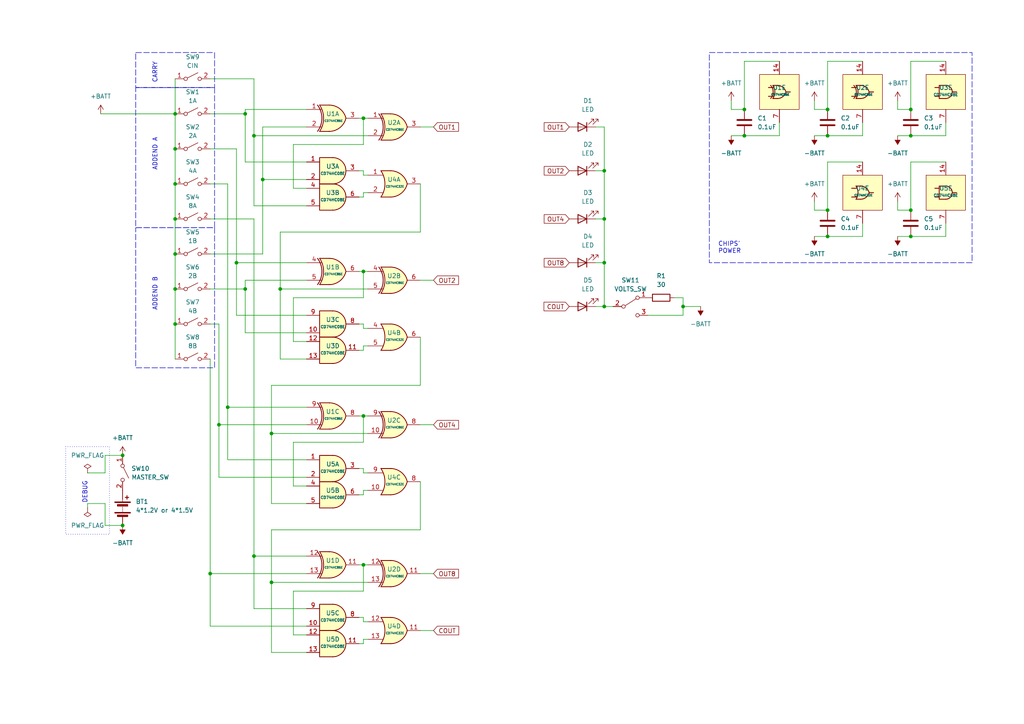
<source format=kicad_sch>
(kicad_sch (version 20230121) (generator eeschema)
  (paper "A4")
  (title_block (title "4-Bit Adder") (date "2023-09-02") (rev "5") (company "Onindynamics And Friends") (comment 1 "With Indicator LEDs"))
  (lib_symbols
    (symbol "CD74HC08E_1" (pin_names (offset 0) hide)
      (property "Reference" "U" (at 0 0.635 0))
      (property "Value" "CD74HC08E" (at 0 -0.8 0))
      (symbol "CD74HC08E_1_1_1"
        (pin input line (at -7.62 2.54 0) (length 3.81) (name "1A") (number "1"))
        (pin input line (at -7.62 -2.54 0) (length 3.81) (name "1B") (number "2"))
        (pin output line (at 7.62 0 180) (length 3.81) (name "1Y") (number "3"))
      )
      (symbol "CD74HC08E_1_2_0"
        (pin input line (at -7.62 2.54 0) (length 3.81) (name "2A") (number "4"))
        (pin input line (at -7.62 -2.54 0) (length 3.81) (name "2B") (number "5"))
        (pin output line (at 7.62 0 180) (length 3.81) (name "2Y") (number "6"))
      )
      (symbol "CD74HC08E_1_3_0"
        (pin input line (at -7.62 -2.54 0) (length 3.81) (name "3B") (number "10"))
        (pin output line (at 7.62 0 180) (length 3.81) (name "3Y") (number "8"))
        (pin input line (at -7.62 2.54 0) (length 3.81) (name "3A") (number "9"))
      )
      (symbol "CD74HC08E_1_4_0"
        (pin output line (at 7.62 0 180) (length 3.81) (name "4Y") (number "11"))
        (pin input line (at -7.62 2.54 0) (length 3.81) (name "4A") (number "12"))
        (pin input line (at -7.62 -2.54 0) (length 3.81) (name "4B") (number "13"))
      )
      (symbol "CD74HC08E_1_5_0"
        (pin power_in line (at 0 8.89 270) (length 3.81) (name "Vcc") (number "14"))
        (pin power_in line (at 0 -8.89 90) (length 3.81) (name "GND") (number "7"))
      )
    )
    (symbol "CD74HC08E_2" (pin_names (offset 0) hide)
      (property "Reference" "U" (at 0 0.635 0))
      (property "Value" "CD74HC08E" (at 0 -0.8 0))
      (symbol "CD74HC08E_2_1_1"
        (pin input line (at -7.62 2.54 0) (length 3.81) (name "1A") (number "1"))
        (pin input line (at -7.62 -2.54 0) (length 3.81) (name "1B") (number "2"))
        (pin output line (at 7.62 0 180) (length 3.81) (name "1Y") (number "3"))
      )
      (symbol "CD74HC08E_2_2_0"
        (pin input line (at -7.62 2.54 0) (length 3.81) (name "2A") (number "4"))
        (pin input line (at -7.62 -2.54 0) (length 3.81) (name "2B") (number "5"))
        (pin output line (at 7.62 0 180) (length 3.81) (name "2Y") (number "6"))
      )
      (symbol "CD74HC08E_2_3_0"
        (pin input line (at -7.62 -2.54 0) (length 3.81) (name "3B") (number "10"))
        (pin output line (at 7.62 0 180) (length 3.81) (name "3Y") (number "8"))
        (pin input line (at -7.62 2.54 0) (length 3.81) (name "3A") (number "9"))
      )
      (symbol "CD74HC08E_2_4_0"
        (pin output line (at 7.62 0 180) (length 3.81) (name "4Y") (number "11"))
        (pin input line (at -7.62 2.54 0) (length 3.81) (name "4A") (number "12"))
        (pin input line (at -7.62 -2.54 0) (length 3.81) (name "4B") (number "13"))
      )
      (symbol "CD74HC08E_2_5_0"
        (pin power_in line (at 0 8.89 270) (length 3.81) (name "Vcc") (number "14"))
        (pin power_in line (at 0 -8.89 90) (length 3.81) (name "GND") (number "7"))
      )
    )
    (symbol "CD74HC08E_3" (pin_names (offset 0) hide)
      (property "Reference" "U" (at 0 0.635 0))
      (property "Value" "CD74HC08E" (at 0 -0.8 0))
      (symbol "CD74HC08E_3_1_1"
        (pin input line (at -7.62 2.54 0) (length 3.81) (name "1A") (number "1"))
        (pin input line (at -7.62 -2.54 0) (length 3.81) (name "1B") (number "2"))
        (pin output line (at 7.62 0 180) (length 3.81) (name "1Y") (number "3"))
      )
      (symbol "CD74HC08E_3_2_0"
        (pin input line (at -7.62 2.54 0) (length 3.81) (name "2A") (number "4"))
        (pin input line (at -7.62 -2.54 0) (length 3.81) (name "2B") (number "5"))
        (pin output line (at 7.62 0 180) (length 3.81) (name "2Y") (number "6"))
      )
      (symbol "CD74HC08E_3_3_0"
        (pin input line (at -7.62 -2.54 0) (length 3.81) (name "3B") (number "10"))
        (pin output line (at 7.62 0 180) (length 3.81) (name "3Y") (number "8"))
        (pin input line (at -7.62 2.54 0) (length 3.81) (name "3A") (number "9"))
      )
      (symbol "CD74HC08E_3_4_0"
        (pin output line (at 7.62 0 180) (length 3.81) (name "4Y") (number "11"))
        (pin input line (at -7.62 2.54 0) (length 3.81) (name "4A") (number "12"))
        (pin input line (at -7.62 -2.54 0) (length 3.81) (name "4B") (number "13"))
      )
      (symbol "CD74HC08E_3_5_0"
        (pin power_in line (at 0 8.89 270) (length 3.81) (name "Vcc") (number "14"))
        (pin power_in line (at 0 -8.89 90) (length 3.81) (name "GND") (number "7"))
      )
    )
    (symbol "CD74HC08E_4" (pin_names (offset 0) hide)
      (property "Reference" "U" (at 0 0.635 0))
      (property "Value" "CD74HC08E" (at 0 -0.8 0))
      (symbol "CD74HC08E_4_1_1"
        (pin input line (at -7.62 2.54 0) (length 3.81) (name "1A") (number "1"))
        (pin input line (at -7.62 -2.54 0) (length 3.81) (name "1B") (number "2"))
        (pin output line (at 7.62 0 180) (length 3.81) (name "1Y") (number "3"))
      )
      (symbol "CD74HC08E_4_2_0"
        (pin input line (at -7.62 2.54 0) (length 3.81) (name "2A") (number "4"))
        (pin input line (at -7.62 -2.54 0) (length 3.81) (name "2B") (number "5"))
        (pin output line (at 7.62 0 180) (length 3.81) (name "2Y") (number "6"))
      )
      (symbol "CD74HC08E_4_3_0"
        (pin input line (at -7.62 -2.54 0) (length 3.81) (name "3B") (number "10"))
        (pin output line (at 7.62 0 180) (length 3.81) (name "3Y") (number "8"))
        (pin input line (at -7.62 2.54 0) (length 3.81) (name "3A") (number "9"))
      )
      (symbol "CD74HC08E_4_4_0"
        (pin output line (at 7.62 0 180) (length 3.81) (name "4Y") (number "11"))
        (pin input line (at -7.62 2.54 0) (length 3.81) (name "4A") (number "12"))
        (pin input line (at -7.62 -2.54 0) (length 3.81) (name "4B") (number "13"))
      )
      (symbol "CD74HC08E_4_5_0"
        (pin power_in line (at 0 8.89 270) (length 3.81) (name "Vcc") (number "14"))
        (pin power_in line (at 0 -8.89 90) (length 3.81) (name "GND") (number "7"))
      )
    )
    (symbol "CD74HC08E_5" (pin_names (offset 0) hide)
      (property "Reference" "U" (at 0 0.635 0))
      (property "Value" "CD74HC08E" (at 0 -0.8 0))
      (symbol "CD74HC08E_5_1_1"
        (pin input line (at -7.62 2.54 0) (length 3.81) (name "1A") (number "1"))
        (pin input line (at -7.62 -2.54 0) (length 3.81) (name "1B") (number "2"))
        (pin output line (at 7.62 0 180) (length 3.81) (name "1Y") (number "3"))
      )
      (symbol "CD74HC08E_5_2_0"
        (pin input line (at -7.62 2.54 0) (length 3.81) (name "2A") (number "4"))
        (pin input line (at -7.62 -2.54 0) (length 3.81) (name "2B") (number "5"))
        (pin output line (at 7.62 0 180) (length 3.81) (name "2Y") (number "6"))
      )
      (symbol "CD74HC08E_5_3_0"
        (pin input line (at -7.62 -2.54 0) (length 3.81) (name "3B") (number "10"))
        (pin output line (at 7.62 0 180) (length 3.81) (name "3Y") (number "8"))
        (pin input line (at -7.62 2.54 0) (length 3.81) (name "3A") (number "9"))
      )
      (symbol "CD74HC08E_5_4_0"
        (pin output line (at 7.62 0 180) (length 3.81) (name "4Y") (number "11"))
        (pin input line (at -7.62 2.54 0) (length 3.81) (name "4A") (number "12"))
        (pin input line (at -7.62 -2.54 0) (length 3.81) (name "4B") (number "13"))
      )
      (symbol "CD74HC08E_5_5_0"
        (pin power_in line (at 0 8.89 270) (length 3.81) (name "Vcc") (number "14"))
        (pin power_in line (at 0 -8.89 90) (length 3.81) (name "GND") (number "7"))
      )
    )
    (symbol "CD74HC08E_6" (pin_names (offset 0) hide)
      (property "Reference" "U" (at 0 0.635 0))
      (property "Value" "CD74HC08E" (at 0 -0.8 0))
      (symbol "CD74HC08E_6_1_1"
        (pin input line (at -7.62 2.54 0) (length 3.81) (name "1A") (number "1"))
        (pin input line (at -7.62 -2.54 0) (length 3.81) (name "1B") (number "2"))
        (pin output line (at 7.62 0 180) (length 3.81) (name "1Y") (number "3"))
      )
      (symbol "CD74HC08E_6_2_0"
        (pin input line (at -7.62 2.54 0) (length 3.81) (name "2A") (number "4"))
        (pin input line (at -7.62 -2.54 0) (length 3.81) (name "2B") (number "5"))
        (pin output line (at 7.62 0 180) (length 3.81) (name "2Y") (number "6"))
      )
      (symbol "CD74HC08E_6_3_0"
        (pin input line (at -7.62 -2.54 0) (length 3.81) (name "3B") (number "10"))
        (pin output line (at 7.62 0 180) (length 3.81) (name "3Y") (number "8"))
        (pin input line (at -7.62 2.54 0) (length 3.81) (name "3A") (number "9"))
      )
      (symbol "CD74HC08E_6_4_0"
        (pin output line (at 7.62 0 180) (length 3.81) (name "4Y") (number "11"))
        (pin input line (at -7.62 2.54 0) (length 3.81) (name "4A") (number "12"))
        (pin input line (at -7.62 -2.54 0) (length 3.81) (name "4B") (number "13"))
      )
      (symbol "CD74HC08E_6_5_0"
        (pin power_in line (at 0 8.89 270) (length 3.81) (name "Vcc") (number "14"))
        (pin power_in line (at 0 -8.89 90) (length 3.81) (name "GND") (number "7"))
      )
    )
    (symbol "CD74HC08E_7" (pin_names (offset 0) hide)
      (property "Reference" "U" (at 0 0.635 0))
      (property "Value" "CD74HC08E" (at 0 -0.8 0))
      (symbol "CD74HC08E_7_1_1"
        (pin input line (at -7.62 2.54 0) (length 3.81) (name "1A") (number "1"))
        (pin input line (at -7.62 -2.54 0) (length 3.81) (name "1B") (number "2"))
        (pin output line (at 7.62 0 180) (length 3.81) (name "1Y") (number "3"))
      )
      (symbol "CD74HC08E_7_2_0"
        (pin input line (at -7.62 2.54 0) (length 3.81) (name "2A") (number "4"))
        (pin input line (at -7.62 -2.54 0) (length 3.81) (name "2B") (number "5"))
        (pin output line (at 7.62 0 180) (length 3.81) (name "2Y") (number "6"))
      )
      (symbol "CD74HC08E_7_3_0"
        (pin input line (at -7.62 -2.54 0) (length 3.81) (name "3B") (number "10"))
        (pin output line (at 7.62 0 180) (length 3.81) (name "3Y") (number "8"))
        (pin input line (at -7.62 2.54 0) (length 3.81) (name "3A") (number "9"))
      )
      (symbol "CD74HC08E_7_4_0"
        (pin output line (at 7.62 0 180) (length 3.81) (name "4Y") (number "11"))
        (pin input line (at -7.62 2.54 0) (length 3.81) (name "4A") (number "12"))
        (pin input line (at -7.62 -2.54 0) (length 3.81) (name "4B") (number "13"))
      )
      (symbol "CD74HC08E_7_5_0"
        (pin power_in line (at 0 8.89 270) (length 3.81) (name "Vcc") (number "14"))
        (pin power_in line (at 0 -8.89 90) (length 3.81) (name "GND") (number "7"))
      )
    )
    (symbol "CD74HC08E_8" (pin_names (offset 0) hide)
      (property "Reference" "U" (at 0 0.635 0))
      (property "Value" "CD74HC08E" (at 0 -0.8 0))
      (symbol "CD74HC08E_8_1_1"
        (pin input line (at -7.62 2.54 0) (length 3.81) (name "1A") (number "1"))
        (pin input line (at -7.62 -2.54 0) (length 3.81) (name "1B") (number "2"))
        (pin output line (at 7.62 0 180) (length 3.81) (name "1Y") (number "3"))
      )
      (symbol "CD74HC08E_8_2_0"
        (pin input line (at -7.62 2.54 0) (length 3.81) (name "2A") (number "4"))
        (pin input line (at -7.62 -2.54 0) (length 3.81) (name "2B") (number "5"))
        (pin output line (at 7.62 0 180) (length 3.81) (name "2Y") (number "6"))
      )
      (symbol "CD74HC08E_8_3_0"
        (pin input line (at -7.62 -2.54 0) (length 3.81) (name "3B") (number "10"))
        (pin output line (at 7.62 0 180) (length 3.81) (name "3Y") (number "8"))
        (pin input line (at -7.62 2.54 0) (length 3.81) (name "3A") (number "9"))
      )
      (symbol "CD74HC08E_8_4_0"
        (pin output line (at 7.62 0 180) (length 3.81) (name "4Y") (number "11"))
        (pin input line (at -7.62 2.54 0) (length 3.81) (name "4A") (number "12"))
        (pin input line (at -7.62 -2.54 0) (length 3.81) (name "4B") (number "13"))
      )
      (symbol "CD74HC08E_8_5_0"
        (pin power_in line (at 0 8.89 270) (length 3.81) (name "Vcc") (number "14"))
        (pin power_in line (at 0 -8.89 90) (length 3.81) (name "GND") (number "7"))
      )
    )
    (symbol "CD74HC08E_9" (pin_names (offset 0) hide)
      (property "Reference" "U" (at 0 0.635 0))
      (property "Value" "CD74HC08E" (at 0 -0.8 0))
      (symbol "CD74HC08E_9_1_1"
        (pin input line (at -7.62 2.54 0) (length 3.81) (name "1A") (number "1"))
        (pin input line (at -7.62 -2.54 0) (length 3.81) (name "1B") (number "2"))
        (pin output line (at 7.62 0 180) (length 3.81) (name "1Y") (number "3"))
      )
      (symbol "CD74HC08E_9_2_0"
        (pin input line (at -7.62 2.54 0) (length 3.81) (name "2A") (number "4"))
        (pin input line (at -7.62 -2.54 0) (length 3.81) (name "2B") (number "5"))
        (pin output line (at 7.62 0 180) (length 3.81) (name "2Y") (number "6"))
      )
      (symbol "CD74HC08E_9_3_0"
        (pin input line (at -7.62 -2.54 0) (length 3.81) (name "3B") (number "10"))
        (pin output line (at 7.62 0 180) (length 3.81) (name "3Y") (number "8"))
        (pin input line (at -7.62 2.54 0) (length 3.81) (name "3A") (number "9"))
      )
      (symbol "CD74HC08E_9_4_0"
        (pin output line (at 7.62 0 180) (length 3.81) (name "4Y") (number "11"))
        (pin input line (at -7.62 2.54 0) (length 3.81) (name "4A") (number "12"))
        (pin input line (at -7.62 -2.54 0) (length 3.81) (name "4B") (number "13"))
      )
      (symbol "CD74HC08E_9_5_0"
        (pin power_in line (at 0 8.89 270) (length 3.81) (name "Vcc") (number "14"))
        (pin power_in line (at 0 -8.89 90) (length 3.81) (name "GND") (number "7"))
      )
    )
    (symbol "Device:Battery" (pin_numbers hide) (pin_names (offset 0) hide)
      (property "Reference" "BT" (at 2.54 2.54 0))
      (property "Value" "Battery" (at 2.54 0 0))
      (symbol "Battery_1_1"
        (pin passive line (at 0 5.08 270) (length 2.54) (name "+") (number "1"))
        (pin passive line (at 0 -5.08 90) (length 2.54) (name "-") (number "2"))
      )
    )
    (symbol "Device:C" (pin_numbers hide) (pin_names (offset 0.254))
      (property "Reference" "C" (at 0.635 2.54 0))
      (property "Value" "C" (at 0.635 -2.54 0))
      (symbol "C_1_1"
        (pin passive line (at 0 3.81 270) (length 2.794) (name "~") (number "1"))
        (pin passive line (at 0 -3.81 90) (length 2.794) (name "~") (number "2"))
      )
    )
    (symbol "Device:LED" (pin_numbers hide) (pin_names (offset 1.016) hide)
      (property "Reference" "D" (at 0 2.54 0))
      (property "Value" "LED" (at 0 -2.54 0))
      (symbol "LED_1_1"
        (pin passive line (at -3.81 0 0) (length 2.54) (name "K") (number "1"))
        (pin passive line (at 3.81 0 180) (length 2.54) (name "A") (number "2"))
      )
    )
    (symbol "Device:R" (pin_numbers hide) (pin_names (offset 0))
      (property "Reference" "R" (at 2.032 0 90))
      (property "Value" "R" (at 0 0 90))
      (symbol "R_1_1"
        (pin passive line (at 0 3.81 270) (length 1.27) (name "~") (number "1"))
        (pin passive line (at 0 -3.81 90) (length 1.27) (name "~") (number "2"))
      )
    )
    (symbol "Logic:CD74HC08E" (pin_names (offset 0) hide)
      (property "Reference" "U" (at 0 0.635 0))
      (property "Value" "CD74HC08E" (at 0 -0.8 0))
      (symbol "CD74HC08E_1_1"
        (pin input line (at -7.62 2.54 0) (length 3.81) (name "1A") (number "1"))
        (pin input line (at -7.62 -2.54 0) (length 3.81) (name "1B") (number "2"))
        (pin output line (at 7.62 0 180) (length 3.81) (name "1Y") (number "3"))
      )
      (symbol "CD74HC08E_2_0"
        (pin input line (at -7.62 2.54 0) (length 3.81) (name "2A") (number "4"))
        (pin input line (at -7.62 -2.54 0) (length 3.81) (name "2B") (number "5"))
        (pin output line (at 7.62 0 180) (length 3.81) (name "2Y") (number "6"))
      )
      (symbol "CD74HC08E_3_0"
        (pin input line (at -7.62 -2.54 0) (length 3.81) (name "3B") (number "10"))
        (pin output line (at 7.62 0 180) (length 3.81) (name "3Y") (number "8"))
        (pin input line (at -7.62 2.54 0) (length 3.81) (name "3A") (number "9"))
      )
      (symbol "CD74HC08E_4_0"
        (pin output line (at 7.62 0 180) (length 3.81) (name "4Y") (number "11"))
        (pin input line (at -7.62 2.54 0) (length 3.81) (name "4A") (number "12"))
        (pin input line (at -7.62 -2.54 0) (length 3.81) (name "4B") (number "13"))
      )
      (symbol "CD74HC08E_5_0"
        (pin power_in line (at 0 8.89 270) (length 3.81) (name "Vcc") (number "14"))
        (pin power_in line (at 0 -8.89 90) (length 3.81) (name "GND") (number "7"))
      )
    )
    (symbol "Logic:CD74HC32E" (pin_names (offset 0) hide)
      (property "Reference" "U" (at 0 0.635 0))
      (property "Value" "CD74HC32E" (at 0.254 -0.762 0))
      (symbol "CD74HC32E_1_1"
        (pin input line (at -7.62 2.54 0) (length 4.4) (name "1A") (number "1"))
        (pin input line (at -7.62 -2.54 0) (length 4.4) (name "1B") (number "2"))
        (pin output line (at 7.62 0 180) (length 3.81) (name "1Y") (number "3"))
      )
      (symbol "CD74HC32E_2_0"
        (pin input line (at -7.62 2.54 0) (length 4.4) (name "2A") (number "4"))
        (pin input line (at -7.62 -2.54 0) (length 4.4) (name "2B") (number "5"))
        (pin output line (at 7.62 0 180) (length 3.81) (name "2Y") (number "6"))
      )
      (symbol "CD74HC32E_3_0"
        (pin input line (at -7.62 -2.54 0) (length 4.4) (name "3B") (number "10"))
        (pin output line (at 7.62 0 180) (length 3.81) (name "3Y") (number "8"))
        (pin input line (at -7.62 2.54 0) (length 4.4) (name "3A") (number "9"))
      )
      (symbol "CD74HC32E_4_0"
        (pin output line (at 7.62 0 180) (length 3.81) (name "4Y") (number "11"))
        (pin input line (at -7.62 2.54 0) (length 4.4) (name "4A") (number "12"))
        (pin input line (at -7.62 -2.54 0) (length 4.4) (name "4B") (number "13"))
      )
      (symbol "CD74HC32E_5_0"
        (pin power_in line (at 0 8.89 270) (length 3.81) (name "VCC") (number "14"))
        (pin power_in line (at 0 -8.89 90) (length 3.81) (name "GND") (number "7"))
      )
    )
    (symbol "Logic:CD74HC86E" (pin_names (offset 0) hide)
      (property "Reference" "U" (at 0 0.635 0))
      (property "Value" "CD74HC86E" (at 0.254 -0.762 0))
      (symbol "CD74HC86E_1_1"
        (pin input line (at -7.62 2.54 0) (length 4.4) (name "1A") (number "1"))
        (pin input line (at -7.62 -2.54 0) (length 4.4) (name "1B") (number "2"))
        (pin output line (at 7.62 0 180) (length 3.81) (name "1Y") (number "3"))
      )
      (symbol "CD74HC86E_2_0"
        (pin input line (at -7.62 2.54 0) (length 4.4) (name "2A") (number "4"))
        (pin input line (at -7.62 -2.54 0) (length 4.4) (name "2B") (number "5"))
        (pin output line (at 7.62 0 180) (length 3.81) (name "2Y") (number "6"))
      )
      (symbol "CD74HC86E_3_0"
        (pin input line (at -7.62 -2.54 0) (length 4.4) (name "3B") (number "10"))
        (pin output line (at 7.62 0 180) (length 3.81) (name "3Y") (number "8"))
        (pin input line (at -7.62 2.54 0) (length 4.4) (name "3A") (number "9"))
      )
      (symbol "CD74HC86E_4_0"
        (pin output line (at 7.62 0 180) (length 3.81) (name "4Y") (number "11"))
        (pin input line (at -7.62 2.54 0) (length 4.4) (name "4A") (number "12"))
        (pin input line (at -7.62 -2.54 0) (length 4.4) (name "4B") (number "13"))
      )
      (symbol "CD74HC86E_5_0"
        (pin power_in line (at 0 8.89 270) (length 3.81) (name "VCC") (number "14"))
        (pin power_in line (at 0 -8.89 90) (length 3.81) (name "GND") (number "7"))
      )
    )
    (symbol "Switch:SW_SPDT" (pin_names (offset 0) hide)
      (property "Reference" "SW" (at 0 4.318 0))
      (property "Value" "SW_SPDT" (at 0 -5.08 0))
      (symbol "SW_SPDT_1_1"
        (pin passive line (at 5.08 2.54 180) (length 2.54) (name "A") (number "1"))
        (pin passive line (at -5.08 0 0) (length 2.54) (name "B") (number "2"))
        (pin passive line (at 5.08 -2.54 180) (length 2.54) (name "C") (number "3"))
      )
    )
    (symbol "Switch:SW_SPST" (pin_names (offset 0) hide)
      (property "Reference" "SW" (at 0 3.175 0))
      (property "Value" "SW_SPST" (at 0 -2.54 0))
      (symbol "SW_SPST_1_1"
        (pin passive line (at -5.08 0 0) (length 2.54) (name "A") (number "1"))
        (pin passive line (at 5.08 0 180) (length 2.54) (name "B") (number "2"))
      )
    )
    (symbol "power:+BATT" (power) (pin_names (offset 0))
      (property "Value" "+BATT" (at 0 3.556 0))
      (symbol "+BATT_1_1"
        (pin power_in line (at 0 0 90) (length 0) hide (name "+BATT") (number "1"))
      )
    )
    (symbol "power:-BATT" (power) (pin_names (offset 0))
      (property "Value" "-BATT" (at 0 3.556 0))
      (symbol "-BATT_1_1"
        (pin power_in line (at 0 0 90) (length 0) hide (name "-BATT") (number "1"))
      )
    )
    (symbol "power:PWR_FLAG" (power) (pin_numbers hide) (pin_names (offset 0) hide)
      (property "Value" "PWR_FLAG" (at 0 3.81 0))
      (symbol "PWR_FLAG_0_0"
        (pin power_out line (at 0 0 90) (length 0) (name "pwr") (number "1"))
      )
    )
  )
  (junction (at 50.8 83.82))
  (junction (at 264.16 31.75))
  (junction (at 50.8 53.34))
  (junction (at 215.9 31.75))
  (junction (at 35.56 132.08))
  (junction (at 63.5 123.19))
  (junction (at 60.96 166.37))
  (junction (at 81.28 83.82))
  (junction (at 35.56 152.4))
  (junction (at 78.74 168.91))
  (junction (at 264.16 39.37))
  (junction (at 105.41 120.65))
  (junction (at 105.41 78.74))
  (junction (at 175.26 49.53))
  (junction (at 264.16 60.96))
  (junction (at 66.04 118.11))
  (junction (at 50.8 93.98))
  (junction (at 240.03 60.96))
  (junction (at 198.12 88.9))
  (junction (at 50.8 73.66))
  (junction (at 240.03 68.58))
  (junction (at 50.8 33.02))
  (junction (at 175.26 76.2))
  (junction (at 71.12 33.02))
  (junction (at 105.41 163.83))
  (junction (at 240.03 39.37))
  (junction (at 105.41 34.29))
  (junction (at 71.12 83.82))
  (junction (at 215.9 39.37))
  (junction (at 50.8 43.18))
  (junction (at 50.8 63.5))
  (junction (at 175.26 88.9))
  (junction (at 73.66 39.37))
  (junction (at 264.16 68.58))
  (junction (at 73.66 161.29))
  (junction (at 68.58 76.2))
  (junction (at 76.2 52.07))
  (junction (at 78.74 125.73))
  (junction (at 175.26 63.5))
  (junction (at 240.03 31.75))
  (wire (pts (xy 175.26 36.83) (xy 175.26 49.53)))
  (wire (pts (xy 240.03 68.58) (xy 250.19 68.58)))
  (wire (pts (xy 105.41 57.15) (xy 105.41 55.88)))
  (wire (pts (xy 71.12 81.28) (xy 88.9 81.28)))
  (wire (pts (xy 76.2 52.07) (xy 88.9 52.07)))
  (wire (pts (xy 240.03 46.99) (xy 240.03 60.96)))
  (wire (pts (xy 105.41 86.36) (xy 85.09 86.36)))
  (wire (pts (xy 63.5 123.19) (xy 63.5 138.43)))
  (wire (pts (xy 105.41 120.65) (xy 105.41 128.27)))
  (wire (pts (xy 264.16 31.75) (xy 260.35 31.75)))
  (wire (pts (xy 71.12 46.99) (xy 88.9 46.99)))
  (wire (pts (xy 175.26 36.83) (xy 172.72 36.83)))
  (wire (pts (xy 121.92 153.67) (xy 78.74 153.67)))
  (wire (pts (xy 264.16 46.99) (xy 274.32 46.99)))
  (wire (pts (xy 68.58 76.2) (xy 88.9 76.2)))
  (wire (pts (xy 105.41 34.29) (xy 105.41 41.91)))
  (wire (pts (xy 105.41 55.88) (xy 106.68 55.88)))
  (wire (pts (xy 240.03 17.78) (xy 240.03 31.75)))
  (wire (pts (xy 121.92 36.83) (xy 125.73 36.83)))
  (wire (pts (xy 81.28 83.82) (xy 106.68 83.82)))
  (wire (pts (xy 30.48 132.08) (xy 35.56 132.08)))
  (wire (pts (xy 76.2 52.07) (xy 76.2 36.83)))
  (wire (pts (xy 274.32 64.77) (xy 274.32 68.58)))
  (wire (pts (xy 85.09 128.27) (xy 85.09 140.97)))
  (wire (pts (xy 104.14 57.15) (xy 105.41 57.15)))
  (wire (pts (xy 73.66 63.5) (xy 60.96 63.5)))
  (wire (pts (xy 105.41 142.24) (xy 106.68 142.24)))
  (wire (pts (xy 71.12 33.02) (xy 71.12 46.99)))
  (wire (pts (xy 60.96 166.37) (xy 60.96 181.61)))
  (wire (pts (xy 187.96 91.44) (xy 198.12 91.44)))
  (wire (pts (xy 60.96 181.61) (xy 88.9 181.61)))
  (wire (pts (xy 105.41 78.74) (xy 105.41 86.36)))
  (wire (pts (xy 198.12 86.36) (xy 198.12 88.9)))
  (wire (pts (xy 121.92 139.7) (xy 121.92 153.67)))
  (wire (pts (xy 73.66 39.37) (xy 106.68 39.37)))
  (wire (pts (xy 175.26 76.2) (xy 175.26 88.9)))
  (wire (pts (xy 105.41 143.51) (xy 105.41 142.24)))
  (wire (pts (xy 50.8 22.86) (xy 50.8 33.02)))
  (wire (pts (xy 260.35 39.37) (xy 264.16 39.37)))
  (wire (pts (xy 105.41 137.16) (xy 106.68 137.16)))
  (wire (pts (xy 105.41 128.27) (xy 85.09 128.27)))
  (wire (pts (xy 104.14 186.69) (xy 105.41 186.69)))
  (wire (pts (xy 66.04 133.35) (xy 66.04 118.11)))
  (wire (pts (xy 66.04 53.34) (xy 66.04 118.11)))
  (wire (pts (xy 175.26 63.5) (xy 175.26 76.2)))
  (wire (pts (xy 50.8 73.66) (xy 50.8 83.82)))
  (wire (pts (xy 78.74 125.73) (xy 78.74 146.05)))
  (wire (pts (xy 240.03 60.96) (xy 236.22 60.96)))
  (wire (pts (xy 68.58 43.18) (xy 68.58 76.2)))
  (wire (pts (xy 175.26 49.53) (xy 172.72 49.53)))
  (wire (pts (xy 25.4 146.05) (xy 30.48 146.05)))
  (wire (pts (xy 78.74 153.67) (xy 78.74 168.91)))
  (wire (pts (xy 88.9 133.35) (xy 66.04 133.35)))
  (wire (pts (xy 198.12 86.36) (xy 195.58 86.36)))
  (wire (pts (xy 175.26 63.5) (xy 172.72 63.5)))
  (wire (pts (xy 203.2 88.9) (xy 198.12 88.9)))
  (wire (pts (xy 50.8 43.18) (xy 50.8 53.34)))
  (wire (pts (xy 50.8 63.5) (xy 50.8 73.66)))
  (wire (pts (xy 60.96 22.86) (xy 73.66 22.86)))
  (wire (pts (xy 71.12 81.28) (xy 71.12 83.82)))
  (wire (pts (xy 260.35 31.75) (xy 260.35 29.21)))
  (wire (pts (xy 60.96 104.14) (xy 60.96 166.37)))
  (wire (pts (xy 68.58 76.2) (xy 68.58 91.44)))
  (wire (pts (xy 121.92 67.31) (xy 121.92 53.34)))
  (wire (pts (xy 60.96 73.66) (xy 76.2 73.66)))
  (wire (pts (xy 85.09 184.15) (xy 88.9 184.15)))
  (wire (pts (xy 104.14 120.65) (xy 105.41 120.65)))
  (wire (pts (xy 175.26 88.9) (xy 172.72 88.9)))
  (wire (pts (xy 236.22 60.96) (xy 236.22 58.42)))
  (wire (pts (xy 25.4 137.16) (xy 30.48 137.16)))
  (wire (pts (xy 105.41 95.25) (xy 106.68 95.25)))
  (wire (pts (xy 78.74 125.73) (xy 106.68 125.73)))
  (wire (pts (xy 76.2 73.66) (xy 76.2 52.07)))
  (wire (pts (xy 250.19 64.77) (xy 250.19 68.58)))
  (wire (pts (xy 85.09 86.36) (xy 85.09 99.06)))
  (wire (pts (xy 121.92 111.76) (xy 78.74 111.76)))
  (wire (pts (xy 250.19 17.78) (xy 240.03 17.78)))
  (wire (pts (xy 50.8 83.82) (xy 50.8 93.98)))
  (wire (pts (xy 78.74 111.76) (xy 78.74 125.73)))
  (wire (pts (xy 60.96 43.18) (xy 68.58 43.18)))
  (wire (pts (xy 264.16 46.99) (xy 264.16 60.96)))
  (wire (pts (xy 260.35 68.58) (xy 264.16 68.58)))
  (wire (pts (xy 274.32 68.58) (xy 264.16 68.58)))
  (wire (pts (xy 226.06 17.78) (xy 215.9 17.78)))
  (wire (pts (xy 85.09 41.91) (xy 85.09 54.61)))
  (wire (pts (xy 175.26 88.9) (xy 177.8 88.9)))
  (wire (pts (xy 105.41 120.65) (xy 106.68 120.65)))
  (wire (pts (xy 104.14 179.07) (xy 105.41 179.07)))
  (wire (pts (xy 81.28 104.14) (xy 88.9 104.14)))
  (wire (pts (xy 71.12 83.82) (xy 71.12 96.52)))
  (wire (pts (xy 226.06 39.37) (xy 215.9 39.37)))
  (wire (pts (xy 71.12 96.52) (xy 88.9 96.52)))
  (wire (pts (xy 30.48 152.4) (xy 35.56 152.4)))
  (wire (pts (xy 215.9 17.78) (xy 215.9 31.75)))
  (wire (pts (xy 85.09 99.06) (xy 88.9 99.06)))
  (wire (pts (xy 78.74 189.23) (xy 88.9 189.23)))
  (wire (pts (xy 85.09 140.97) (xy 88.9 140.97)))
  (wire (pts (xy 215.9 31.75) (xy 212.09 31.75)))
  (wire (pts (xy 264.16 17.78) (xy 264.16 31.75)))
  (wire (pts (xy 105.41 101.6) (xy 105.41 100.33)))
  (wire (pts (xy 60.96 166.37) (xy 88.9 166.37)))
  (wire (pts (xy 105.41 180.34) (xy 106.68 180.34)))
  (wire (pts (xy 105.41 186.69) (xy 105.41 185.42)))
  (wire (pts (xy 50.8 93.98) (xy 50.8 104.14)))
  (wire (pts (xy 85.09 54.61) (xy 88.9 54.61)))
  (wire (pts (xy 78.74 168.91) (xy 106.68 168.91)))
  (wire (pts (xy 104.14 135.89) (xy 105.41 135.89)))
  (wire (pts (xy 63.5 123.19) (xy 88.9 123.19)))
  (wire (pts (xy 104.14 34.29) (xy 105.41 34.29)))
  (wire (pts (xy 212.09 39.37) (xy 215.9 39.37)))
  (wire (pts (xy 30.48 137.16) (xy 30.48 132.08)))
  (wire (pts (xy 121.92 123.19) (xy 125.73 123.19)))
  (wire (pts (xy 73.66 22.86) (xy 73.66 39.37)))
  (wire (pts (xy 236.22 39.37) (xy 240.03 39.37)))
  (wire (pts (xy 274.32 39.37) (xy 264.16 39.37)))
  (wire (pts (xy 104.14 143.51) (xy 105.41 143.51)))
  (wire (pts (xy 175.26 49.53) (xy 175.26 63.5)))
  (wire (pts (xy 105.41 50.8) (xy 106.68 50.8)))
  (wire (pts (xy 104.14 101.6) (xy 105.41 101.6)))
  (wire (pts (xy 105.41 171.45) (xy 85.09 171.45)))
  (wire (pts (xy 66.04 118.11) (xy 88.9 118.11)))
  (wire (pts (xy 50.8 53.34) (xy 50.8 63.5)))
  (wire (pts (xy 73.66 59.69) (xy 88.9 59.69)))
  (wire (pts (xy 121.92 81.28) (xy 125.73 81.28)))
  (wire (pts (xy 73.66 63.5) (xy 73.66 161.29)))
  (wire (pts (xy 212.09 31.75) (xy 212.09 29.21)))
  (wire (pts (xy 105.41 34.29) (xy 106.68 34.29)))
  (wire (pts (xy 81.28 67.31) (xy 121.92 67.31)))
  (wire (pts (xy 73.66 176.53) (xy 88.9 176.53)))
  (wire (pts (xy 85.09 171.45) (xy 85.09 184.15)))
  (wire (pts (xy 104.14 49.53) (xy 105.41 49.53)))
  (wire (pts (xy 78.74 146.05) (xy 88.9 146.05)))
  (wire (pts (xy 78.74 168.91) (xy 78.74 189.23)))
  (wire (pts (xy 81.28 67.31) (xy 81.28 83.82)))
  (wire (pts (xy 121.92 166.37) (xy 125.73 166.37)))
  (wire (pts (xy 236.22 31.75) (xy 236.22 29.21)))
  (wire (pts (xy 105.41 93.98) (xy 105.41 95.25)))
  (wire (pts (xy 105.41 163.83) (xy 105.41 171.45)))
  (wire (pts (xy 60.96 93.98) (xy 63.5 93.98)))
  (wire (pts (xy 175.26 76.2) (xy 172.72 76.2)))
  (wire (pts (xy 71.12 31.75) (xy 88.9 31.75)))
  (wire (pts (xy 50.8 33.02) (xy 50.8 43.18)))
  (wire (pts (xy 105.41 78.74) (xy 106.68 78.74)))
  (wire (pts (xy 105.41 100.33) (xy 106.68 100.33)))
  (wire (pts (xy 73.66 39.37) (xy 73.66 59.69)))
  (wire (pts (xy 104.14 163.83) (xy 105.41 163.83)))
  (wire (pts (xy 250.19 35.56) (xy 250.19 39.37)))
  (wire (pts (xy 60.96 53.34) (xy 66.04 53.34)))
  (wire (pts (xy 105.41 163.83) (xy 106.68 163.83)))
  (wire (pts (xy 63.5 93.98) (xy 63.5 123.19)))
  (wire (pts (xy 104.14 93.98) (xy 105.41 93.98)))
  (wire (pts (xy 76.2 36.83) (xy 88.9 36.83)))
  (wire (pts (xy 260.35 60.96) (xy 260.35 58.42)))
  (wire (pts (xy 264.16 60.96) (xy 260.35 60.96)))
  (wire (pts (xy 274.32 35.56) (xy 274.32 39.37)))
  (wire (pts (xy 121.92 97.79) (xy 121.92 111.76)))
  (wire (pts (xy 236.22 68.58) (xy 240.03 68.58)))
  (wire (pts (xy 29.21 33.02) (xy 50.8 33.02)))
  (wire (pts (xy 25.4 146.05) (xy 25.4 147.32)))
  (wire (pts (xy 105.41 49.53) (xy 105.41 50.8)))
  (wire (pts (xy 60.96 33.02) (xy 71.12 33.02)))
  (wire (pts (xy 250.19 39.37) (xy 240.03 39.37)))
  (wire (pts (xy 68.58 91.44) (xy 88.9 91.44)))
  (wire (pts (xy 105.41 135.89) (xy 105.41 137.16)))
  (wire (pts (xy 121.92 182.88) (xy 125.73 182.88)))
  (wire (pts (xy 274.32 17.78) (xy 264.16 17.78)))
  (wire (pts (xy 81.28 83.82) (xy 81.28 104.14)))
  (wire (pts (xy 198.12 88.9) (xy 198.12 91.44)))
  (wire (pts (xy 71.12 31.75) (xy 71.12 33.02)))
  (wire (pts (xy 240.03 31.75) (xy 236.22 31.75)))
  (wire (pts (xy 60.96 83.82) (xy 71.12 83.82)))
  (wire (pts (xy 105.41 41.91) (xy 85.09 41.91)))
  (wire (pts (xy 73.66 161.29) (xy 73.66 176.53)))
  (wire (pts (xy 30.48 146.05) (xy 30.48 152.4)))
  (wire (pts (xy 63.5 138.43) (xy 88.9 138.43)))
  (wire (pts (xy 250.19 46.99) (xy 240.03 46.99)))
  (wire (pts (xy 226.06 35.56) (xy 226.06 39.37)))
  (wire (pts (xy 104.14 78.74) (xy 105.41 78.74)))
  (wire (pts (xy 88.9 161.29) (xy 73.66 161.29)))
  (wire (pts (xy 105.41 185.42) (xy 106.68 185.42)))
  (wire (pts (xy 105.41 179.07) (xy 105.41 180.34)))
  (rectangle (start 19.05 129.54) (end 31.75 154.94) (stroke (width 0) (type dot)))
  (rectangle (start 39.37 66.04) (end 62.23 106.68) (stroke (width 0) (type dash)))
  (rectangle (start 39.37 15.24) (end 62.23 25.4) (stroke (width 0) (type dash)))
  (rectangle (start 205.74 15.24) (end 281.94 76.2) (stroke (width 0) (type dash)))
  (rectangle (start 39.37 25.4) (end 62.23 66.04) (stroke (width 0) (type dash)))
  (text "DEBUG" (at 25.4 146.05 90) (effects (font (size 1.27 1.27)) (justify left bottom)))
  (text "ADDEND A" (at 45.72 49.53 90) (effects (font (size 1.27 1.27)) (justify left bottom)))
  (text "CARRY" (at 45.72 24.13 90) (effects (font (size 1.27 1.27)) (justify left bottom)))
  (text "CHIPS'\nPOWER\n" (at 208.28 73.66 0) (effects (font (size 1.27 1.27)) (justify left bottom)))
  (text "ADDEND B" (at 45.72 90.17 90) (effects (font (size 1.27 1.27)) (justify left bottom)))
  (global_label "OUT2" (shape input) (at 125.73 81.28 0) (property "Intersheetrefs" "${INTERSHEET_REFS}" (effects hide)))
  (global_label "OUT4" (shape input) (at 165.1 63.5 180) (property "Intersheetrefs" "${INTERSHEET_REFS}" (effects hide)))
  (global_label "COUT" (shape input) (at 165.1 88.9 180) (property "Intersheetrefs" "${INTERSHEET_REFS}" (effects hide)))
  (global_label "OUT8" (shape input) (at 165.1 76.2 180) (property "Intersheetrefs" "${INTERSHEET_REFS}" (effects hide)))
  (global_label "OUT1" (shape input) (at 125.73 36.83 0) (property "Intersheetrefs" "${INTERSHEET_REFS}" (effects hide)))
  (global_label "OUT1" (shape input) (at 165.1 36.83 180) (property "Intersheetrefs" "${INTERSHEET_REFS}" (effects hide)))
  (global_label "OUT4" (shape input) (at 125.73 123.19 0) (property "Intersheetrefs" "${INTERSHEET_REFS}" (effects hide)))
  (global_label "OUT8" (shape input) (at 125.73 166.37 0) (property "Intersheetrefs" "${INTERSHEET_REFS}" (effects hide)))
  (global_label "OUT2" (shape input) (at 165.1 49.53 180) (property "Intersheetrefs" "${INTERSHEET_REFS}" (effects hide)))
  (global_label "COUT" (shape input) (at 125.73 182.88 0) (property "Intersheetrefs" "${INTERSHEET_REFS}" (effects hide)))
  (symbol (lib_id "Logic:CD74HC32E") (at 250.19 55.88 0) (unit 5)
    (property "Reference" "U4" (at 250.19 54.61 0))
    (property "Value" "CD74HC32E" (at 250.444 56.642 0) (effects (font (size 0.6 0.6))))
    (property "Footprint" "Package_DIP:DIP-14_W7.62mm_Socket" (effects hide))
    (property "Datasheet" "https://www.ti.com/lit/ds/symlink/cd74hc32.pdf" (effects hide))
  )
  (symbol (lib_id "Device:C") (at 264.16 35.56 0) (unit 1)
    (property "Reference" "C3" (at 267.97 34.29 0) (effects (justify left)))
    (property "Value" "0.1uF" (at 267.97 36.83 0) (effects (justify left)))
    (property "Footprint" "Capacitor_SMD:C_0805_2012Metric_Pad1.18x1.45mm_HandSolder" (effects hide))
    (property "Datasheet" "https://www.mouser.ph/datasheet/2/585/MLCC-1837944.pdf" (effects hide))
  )
  (symbol (lib_name "CD74HC08E_1") (lib_id "Logic:CD74HC08E") (at 96.52 179.07 0) (unit 3)
    (property "Reference" "U5" (at 96.52 177.8 0))
    (property "Value" "CD74HC08E" (at 96.52 179.87 0) (effects (font (size 0.8 0.8))))
    (property "Footprint" "Package_DIP:DIP-14_W7.62mm_Socket" (effects hide))
    (property "Datasheet" "https://www.ti.com/lit/ds/symlink/cd74hc08.pdf" (effects hide))
  )
  (symbol (lib_id "power:PWR_FLAG") (at 25.4 137.16 0) (unit 1)
    (property "Reference" "#FLG01" (effects hide))
    (property "Value" "PWR_FLAG" (at 25.4 132.08 0))
  )
  (symbol (lib_id "power:+BATT") (at 29.21 33.02 0) (unit 1)
    (property "Reference" "#PWR01" (effects hide))
    (property "Value" "+BATT" (at 29.21 27.94 0))
  )
  (symbol (lib_id "Logic:CD74HC86E") (at 114.3 81.28 0) (unit 2)
    (property "Reference" "U2" (at 114.3 80.01 0))
    (property "Value" "CD74HC86E" (at 114.554 82.042 0) (effects (font (size 0.6 0.6))))
    (property "Footprint" "Package_DIP:DIP-14_W7.62mm_Socket" (effects hide))
    (property "Datasheet" "https://www.ti.com/lit/ds/symlink/cd74hc86.pdf" (effects hide))
  )
  (symbol (lib_id "Device:LED") (at 168.91 36.83 180) (unit 1)
    (property "Reference" "D1" (at 170.4975 29.21 0))
    (property "Value" "LED" (at 170.4975 31.75 0))
    (property "Footprint" "4bitadder:LED_WP710A10SURDK5V" (effects hide))
    (property "Datasheet" "https://www.kingbrightusa.com/images/catalog/SPEC/WP710A10SURDK5V.pdf" (effects hide))
  )
  (symbol (lib_id "Device:LED") (at 168.91 88.9 180) (unit 1)
    (property "Reference" "D5" (at 170.4975 81.28 0))
    (property "Value" "LED" (at 170.4975 83.82 0))
    (property "Footprint" "4bitadder:LED_WP710A10SURDK5V" (effects hide))
    (property "Datasheet" "https://www.kingbrightusa.com/images/catalog/SPEC/WP710A10SURDK5V.pdf" (effects hide))
  )
  (symbol (lib_id "Switch:SW_SPST") (at 55.88 83.82 0) (unit 1)
    (property "Reference" "SW6" (at 55.88 77.47 0))
    (property "Value" "2B" (at 55.88 80.01 0))
    (property "Footprint" "4bitadder:SW-R2-1A-F-1-0" (effects hide))
    (property "Datasheet" "https://mm.digikey.com/Volume0/opasdata/d220001/medias/docus/1903/GF-123-0054_Dwg.pdf" (effects hide))
  )
  (symbol (lib_id "power:-BATT") (at 236.22 39.37 180) (unit 1)
    (property "Reference" "#PWR07" (effects hide))
    (property "Value" "-BATT" (at 236.22 44.45 0))
  )
  (symbol (lib_id "power:-BATT") (at 35.56 152.4 180) (unit 1)
    (property "Reference" "#PWR03" (effects hide))
    (property "Value" "-BATT" (at 35.56 157.48 0))
  )
  (symbol (lib_id "Switch:SW_SPST") (at 55.88 33.02 0) (unit 1)
    (property "Reference" "SW1" (at 55.88 26.67 0))
    (property "Value" "1A" (at 55.88 29.21 0))
    (property "Footprint" "4bitadder:SW-R2-1A-F-1-0" (effects hide))
    (property "Datasheet" "https://mm.digikey.com/Volume0/opasdata/d220001/medias/docus/1903/GF-123-0054_Dwg.pdf" (effects hide))
  )
  (symbol (lib_id "power:+BATT") (at 236.22 58.42 0) (unit 1)
    (property "Reference" "#PWR011" (effects hide))
    (property "Value" "+BATT" (at 236.22 53.34 0))
  )
  (symbol (lib_name "CD74HC08E_2") (lib_id "Logic:CD74HC08E") (at 96.52 57.15 0) (unit 2)
    (property "Reference" "U3" (at 96.52 55.88 0))
    (property "Value" "CD74HC08E" (at 96.52 57.95 0) (effects (font (size 0.8 0.8))))
    (property "Footprint" "Package_DIP:DIP-14_W7.62mm_Socket" (effects hide))
    (property "Datasheet" "https://www.ti.com/lit/ds/symlink/cd74hc08.pdf" (effects hide))
  )
  (symbol (lib_id "Switch:SW_SPST") (at 55.88 104.14 0) (unit 1)
    (property "Reference" "SW8" (at 55.88 97.79 0))
    (property "Value" "8B" (at 55.88 100.33 0))
    (property "Footprint" "4bitadder:SW-R2-1A-F-1-0" (effects hide))
    (property "Datasheet" "https://mm.digikey.com/Volume0/opasdata/d220001/medias/docus/1903/GF-123-0054_Dwg.pdf" (effects hide))
  )
  (symbol (lib_id "Switch:SW_SPST") (at 35.56 137.16 270) (unit 1)
    (property "Reference" "SW10" (at 38.1 135.89 90) (effects (justify left)))
    (property "Value" "MASTER_SW" (at 38.1 138.43 90) (effects (justify left)))
    (property "Footprint" "4bitadder:SW-R2-1A-F-1-0" (effects hide))
    (property "Datasheet" "https://mm.digikey.com/Volume0/opasdata/d220001/medias/docus/1903/GF-123-0054_Dwg.pdf" (effects hide))
  )
  (symbol (lib_id "Device:LED") (at 168.91 76.2 180) (unit 1)
    (property "Reference" "D4" (at 170.4975 68.58 0))
    (property "Value" "LED" (at 170.4975 71.12 0))
    (property "Footprint" "4bitadder:LED_WP710A10SURDK5V" (effects hide))
    (property "Datasheet" "https://www.kingbrightusa.com/images/catalog/SPEC/WP710A10SURDK5V.pdf" (effects hide))
  )
  (symbol (lib_id "Device:C") (at 215.9 35.56 0) (unit 1)
    (property "Reference" "C1" (at 219.71 34.29 0) (effects (justify left)))
    (property "Value" "0.1uF" (at 219.71 36.83 0) (effects (justify left)))
    (property "Footprint" "Capacitor_SMD:C_0805_2012Metric_Pad1.18x1.45mm_HandSolder" (effects hide))
    (property "Datasheet" "https://www.mouser.ph/datasheet/2/585/MLCC-1837944.pdf" (effects hide))
  )
  (symbol (lib_id "power:-BATT") (at 260.35 68.58 180) (unit 1)
    (property "Reference" "#PWR014" (effects hide))
    (property "Value" "-BATT" (at 260.35 73.66 0))
  )
  (symbol (lib_name "CD74HC08E_5") (lib_id "Logic:CD74HC08E") (at 96.52 49.53 0) (unit 1)
    (property "Reference" "U3" (at 96.52 48.26 0))
    (property "Value" "CD74HC08E" (at 96.52 50.33 0) (effects (font (size 0.8 0.8))))
    (property "Footprint" "Package_DIP:DIP-14_W7.62mm_Socket" (effects hide))
    (property "Datasheet" "https://www.ti.com/lit/ds/symlink/cd74hc08.pdf" (effects hide))
  )
  (symbol (lib_id "power:+BATT") (at 236.22 29.21 0) (unit 1)
    (property "Reference" "#PWR06" (effects hide))
    (property "Value" "+BATT" (at 236.22 24.13 0))
  )
  (symbol (lib_id "power:-BATT") (at 236.22 68.58 180) (unit 1)
    (property "Reference" "#PWR012" (effects hide))
    (property "Value" "-BATT" (at 236.22 73.66 0))
  )
  (symbol (lib_name "CD74HC08E_4") (lib_id "Logic:CD74HC08E") (at 274.32 26.67 0) (unit 5)
    (property "Reference" "U3" (at 274.32 25.4 0))
    (property "Value" "CD74HC08E" (at 274.32 27.47 0) (effects (font (size 0.8 0.8))))
    (property "Footprint" "Package_DIP:DIP-14_W7.62mm_Socket" (effects hide))
    (property "Datasheet" "https://www.ti.com/lit/ds/symlink/cd74hc08.pdf" (effects hide))
  )
  (symbol (lib_id "Device:LED") (at 168.91 49.53 180) (unit 1)
    (property "Reference" "D2" (at 170.4975 41.91 0))
    (property "Value" "LED" (at 170.4975 44.45 0))
    (property "Footprint" "4bitadder:LED_WP710A10SURDK5V" (effects hide))
    (property "Datasheet" "https://www.kingbrightusa.com/images/catalog/SPEC/WP710A10SURDK5V.pdf" (effects hide))
  )
  (symbol (lib_name "CD74HC08E_3") (lib_id "Logic:CD74HC08E") (at 96.52 93.98 0) (unit 3)
    (property "Reference" "U3" (at 96.52 92.71 0))
    (property "Value" "CD74HC08E" (at 96.52 94.78 0) (effects (font (size 0.8 0.8))))
    (property "Footprint" "Package_DIP:DIP-14_W7.62mm_Socket" (effects hide))
    (property "Datasheet" "https://www.ti.com/lit/ds/symlink/cd74hc08.pdf" (effects hide))
  )
  (symbol (lib_id "Device:C") (at 240.03 35.56 0) (unit 1)
    (property "Reference" "C2" (at 243.84 34.29 0) (effects (justify left)))
    (property "Value" "0.1uF" (at 243.84 36.83 0) (effects (justify left)))
    (property "Footprint" "Capacitor_SMD:C_0805_2012Metric_Pad1.18x1.45mm_HandSolder" (effects hide))
    (property "Datasheet" "https://www.mouser.ph/datasheet/2/585/MLCC-1837944.pdf" (effects hide))
  )
  (symbol (lib_id "Device:Battery") (at 35.56 147.32 0) (unit 1)
    (property "Reference" "BT1" (at 39.37 145.4785 0) (effects (justify left)))
    (property "Value" "4*1.2V or 4*1.5V" (at 39.37 148.0185 0) (effects (justify left)))
    (property "Footprint" "4bitadder:PAD_Battery Terminal" (effects hide))
    (property "Datasheet" "https://www.keyelco.com/userAssets/file/M65p28.pdf" (effects hide))
  )
  (symbol (lib_id "Device:R") (at 191.77 86.36 90) (unit 1)
    (property "Reference" "R1" (at 191.77 80.01 90))
    (property "Value" "30" (at 191.77 82.55 90))
    (property "Footprint" "Resistor_SMD:R_0805_2012Metric_Pad1.20x1.40mm_HandSolder" (effects hide))
    (property "Datasheet" "https://www.yageo.com/upload/media/product/productsearch/datasheet/rchip/PYu-RC_Group_51_RoHS_L_12.pdf" (effects hide))
  )
  (symbol (lib_id "Logic:CD74HC08E") (at 96.52 186.69 0) (unit 4)
    (property "Reference" "U5" (at 96.52 185.42 0))
    (property "Value" "CD74HC08E" (at 96.52 187.49 0) (effects (font (size 0.8 0.8))))
    (property "Footprint" "Package_DIP:DIP-14_W7.62mm_Socket" (effects hide))
    (property "Datasheet" "https://www.ti.com/lit/ds/symlink/cd74hc08.pdf" (effects hide))
  )
  (symbol (lib_id "Logic:CD74HC86E") (at 226.06 26.67 0) (unit 5)
    (property "Reference" "U1" (at 226.06 25.4 0))
    (property "Value" "CD74HC86E" (at 226.314 27.432 0) (effects (font (size 0.6 0.6))))
    (property "Footprint" "Package_DIP:DIP-14_W7.62mm_Socket" (effects hide))
    (property "Datasheet" "https://www.ti.com/lit/ds/symlink/cd74hc86.pdf" (effects hide))
  )
  (symbol (lib_id "Logic:CD74HC86E") (at 114.3 36.83 0) (unit 1)
    (property "Reference" "U2" (at 114.3 35.56 0))
    (property "Value" "CD74HC86E" (at 114.554 37.592 0) (effects (font (size 0.6 0.6))))
    (property "Footprint" "Package_DIP:DIP-14_W7.62mm_Socket" (effects hide))
    (property "Datasheet" "https://www.ti.com/lit/ds/symlink/cd74hc86.pdf" (effects hide))
  )
  (symbol (lib_id "power:PWR_FLAG") (at 25.4 147.32 180) (unit 1)
    (property "Reference" "#FLG02" (effects hide))
    (property "Value" "PWR_FLAG" (at 25.4 152.4 0))
  )
  (symbol (lib_id "power:+BATT") (at 212.09 29.21 0) (unit 1)
    (property "Reference" "#PWR08" (effects hide))
    (property "Value" "+BATT" (at 212.09 24.13 0))
  )
  (symbol (lib_id "Logic:CD74HC86E") (at 250.19 26.67 0) (unit 5)
    (property "Reference" "U2" (at 250.19 25.4 0))
    (property "Value" "CD74HC86E" (at 250.444 27.432 0) (effects (font (size 0.6 0.6))))
    (property "Footprint" "Package_DIP:DIP-14_W7.62mm_Socket" (effects hide))
    (property "Datasheet" "https://www.ti.com/lit/ds/symlink/cd74hc86.pdf" (effects hide))
  )
  (symbol (lib_name "CD74HC08E_9") (lib_id "Logic:CD74HC08E") (at 96.52 135.89 0) (unit 1)
    (property "Reference" "U5" (at 96.52 134.62 0))
    (property "Value" "CD74HC08E" (at 96.52 136.69 0) (effects (font (size 0.8 0.8))))
    (property "Footprint" "Package_DIP:DIP-14_W7.62mm_Socket" (effects hide))
    (property "Datasheet" "https://www.ti.com/lit/ds/symlink/cd74hc08.pdf" (effects hide))
  )
  (symbol (lib_name "CD74HC08E_8") (lib_id "Logic:CD74HC08E") (at 274.32 55.88 0) (unit 5)
    (property "Reference" "U5" (at 274.32 54.61 0))
    (property "Value" "CD74HC08E" (at 274.32 56.68 0) (effects (font (size 0.8 0.8))))
    (property "Footprint" "Package_DIP:DIP-14_W7.62mm_Socket" (effects hide))
    (property "Datasheet" "https://www.ti.com/lit/ds/symlink/cd74hc08.pdf" (effects hide))
  )
  (symbol (lib_id "power:+BATT") (at 260.35 58.42 0) (unit 1)
    (property "Reference" "#PWR013" (effects hide))
    (property "Value" "+BATT" (at 260.35 53.34 0))
  )
  (symbol (lib_id "power:-BATT") (at 212.09 39.37 180) (unit 1)
    (property "Reference" "#PWR09" (effects hide))
    (property "Value" "-BATT" (at 212.09 44.45 0))
  )
  (symbol (lib_id "Switch:SW_SPDT") (at 182.88 88.9 0) (unit 1)
    (property "Reference" "SW11" (at 182.88 81.28 0))
    (property "Value" "VOLTS_SW" (at 182.88 83.82 0))
    (property "Footprint" "4bitadder:SW_SLW-121586-5A-D" (effects hide))
    (property "Datasheet" "https://www.cuidevices.com/product/resource/digikeypdf/slw-121586-5a-d.pdf" (effects hide))
  )
  (symbol (lib_id "Logic:CD74HC86E") (at 114.3 123.19 0) (unit 3)
    (property "Reference" "U2" (at 114.3 121.92 0))
    (property "Value" "CD74HC86E" (at 114.554 123.952 0) (effects (font (size 0.6 0.6))))
    (property "Footprint" "Package_DIP:DIP-14_W7.62mm_Socket" (effects hide))
    (property "Datasheet" "https://www.ti.com/lit/ds/symlink/cd74hc86.pdf" (effects hide))
  )
  (symbol (lib_id "Logic:CD74HC86E") (at 114.3 166.37 0) (unit 4)
    (property "Reference" "U2" (at 114.3 165.1 0))
    (property "Value" "CD74HC86E" (at 114.554 167.132 0) (effects (font (size 0.6 0.6))))
    (property "Footprint" "Package_DIP:DIP-14_W7.62mm_Socket" (effects hide))
    (property "Datasheet" "https://www.ti.com/lit/ds/symlink/cd74hc86.pdf" (effects hide))
  )
  (symbol (lib_id "Switch:SW_SPST") (at 55.88 22.86 0) (unit 1)
    (property "Reference" "SW9" (at 55.88 16.51 0))
    (property "Value" "CIN" (at 55.88 19.05 0))
    (property "Footprint" "4bitadder:SW-R2-1A-F-1-0" (effects hide))
    (property "Datasheet" "https://mm.digikey.com/Volume0/opasdata/d220001/medias/docus/1903/GF-123-0054_Dwg.pdf" (effects hide))
  )
  (symbol (lib_id "power:+BATT") (at 260.35 29.21 0) (unit 1)
    (property "Reference" "#PWR05" (effects hide))
    (property "Value" "+BATT" (at 260.35 24.13 0))
  )
  (symbol (lib_id "Switch:SW_SPST") (at 55.88 63.5 0) (unit 1)
    (property "Reference" "SW4" (at 55.88 57.15 0))
    (property "Value" "8A" (at 55.88 59.69 0))
    (property "Footprint" "4bitadder:SW-R2-1A-F-1-0" (effects hide))
    (property "Datasheet" "https://mm.digikey.com/Volume0/opasdata/d220001/medias/docus/1903/GF-123-0054_Dwg.pdf" (effects hide))
  )
  (symbol (lib_id "Logic:CD74HC32E") (at 114.3 97.79 0) (unit 2)
    (property "Reference" "U4" (at 114.3 96.52 0))
    (property "Value" "CD74HC32E" (at 114.554 98.552 0) (effects (font (size 0.6 0.6))))
    (property "Footprint" "Package_DIP:DIP-14_W7.62mm_Socket" (effects hide))
    (property "Datasheet" "https://www.ti.com/lit/ds/symlink/cd74hc32.pdf" (effects hide))
  )
  (symbol (lib_id "Logic:CD74HC32E") (at 114.3 53.34 0) (unit 1)
    (property "Reference" "U4" (at 114.3 52.07 0))
    (property "Value" "CD74HC32E" (at 114.554 54.102 0) (effects (font (size 0.6 0.6))))
    (property "Footprint" "Package_DIP:DIP-14_W7.62mm_Socket" (effects hide))
    (property "Datasheet" "https://www.ti.com/lit/ds/symlink/cd74hc32.pdf" (effects hide))
  )
  (symbol (lib_id "Logic:CD74HC32E") (at 114.3 182.88 0) (unit 4)
    (property "Reference" "U4" (at 114.3 181.61 0))
    (property "Value" "CD74HC32E" (at 114.554 183.642 0) (effects (font (size 0.6 0.6))))
    (property "Footprint" "Package_DIP:DIP-14_W7.62mm_Socket" (effects hide))
    (property "Datasheet" "https://www.ti.com/lit/ds/symlink/cd74hc32.pdf" (effects hide))
  )
  (symbol (lib_id "Switch:SW_SPST") (at 55.88 43.18 0) (unit 1)
    (property "Reference" "SW2" (at 55.88 36.83 0))
    (property "Value" "2A" (at 55.88 39.37 0))
    (property "Footprint" "4bitadder:SW-R2-1A-F-1-0" (effects hide))
    (property "Datasheet" "https://mm.digikey.com/Volume0/opasdata/d220001/medias/docus/1903/GF-123-0054_Dwg.pdf" (effects hide))
  )
  (symbol (lib_id "Device:LED") (at 168.91 63.5 180) (unit 1)
    (property "Reference" "D3" (at 170.4975 55.88 0))
    (property "Value" "LED" (at 170.4975 58.42 0))
    (property "Footprint" "4bitadder:LED_WP710A10SURDK5V" (effects hide))
    (property "Datasheet" "https://www.kingbrightusa.com/images/catalog/SPEC/WP710A10SURDK5V.pdf" (effects hide))
  )
  (symbol (lib_id "Switch:SW_SPST") (at 55.88 93.98 0) (unit 1)
    (property "Reference" "SW7" (at 55.88 87.63 0))
    (property "Value" "4B" (at 55.88 90.17 0))
    (property "Footprint" "4bitadder:SW-R2-1A-F-1-0" (effects hide))
    (property "Datasheet" "https://mm.digikey.com/Volume0/opasdata/d220001/medias/docus/1903/GF-123-0054_Dwg.pdf" (effects hide))
  )
  (symbol (lib_id "Logic:CD74HC86E") (at 96.52 163.83 0) (unit 4)
    (property "Reference" "U1" (at 96.52 162.56 0))
    (property "Value" "CD74HC86E" (at 96.774 164.592 0) (effects (font (size 0.6 0.6))))
    (property "Footprint" "Package_DIP:DIP-14_W7.62mm_Socket" (effects hide))
    (property "Datasheet" "https://www.ti.com/lit/ds/symlink/cd74hc86.pdf" (effects hide))
  )
  (symbol (lib_id "Switch:SW_SPST") (at 55.88 53.34 0) (unit 1)
    (property "Reference" "SW3" (at 55.88 46.99 0))
    (property "Value" "4A" (at 55.88 49.53 0))
    (property "Footprint" "4bitadder:SW-R2-1A-F-1-0" (effects hide))
    (property "Datasheet" "https://mm.digikey.com/Volume0/opasdata/d220001/medias/docus/1903/GF-123-0054_Dwg.pdf" (effects hide))
  )
  (symbol (lib_id "Logic:CD74HC86E") (at 96.52 34.29 0) (unit 1)
    (property "Reference" "U1" (at 96.52 33.02 0))
    (property "Value" "CD74HC86E" (at 96.774 35.052 0) (effects (font (size 0.6 0.6))))
    (property "Footprint" "Package_DIP:DIP-14_W7.62mm_Socket" (effects hide))
    (property "Datasheet" "https://www.ti.com/lit/ds/symlink/cd74hc86.pdf" (effects hide))
  )
  (symbol (lib_id "Device:C") (at 240.03 64.77 0) (unit 1)
    (property "Reference" "C4" (at 243.84 63.5 0) (effects (justify left)))
    (property "Value" "0.1uF" (at 243.84 66.04 0) (effects (justify left)))
    (property "Footprint" "Capacitor_SMD:C_0805_2012Metric_Pad1.18x1.45mm_HandSolder" (effects hide))
    (property "Datasheet" "https://www.mouser.ph/datasheet/2/585/MLCC-1837944.pdf" (effects hide))
  )
  (symbol (lib_id "Device:C") (at 264.16 64.77 0) (unit 1)
    (property "Reference" "C5" (at 267.97 63.5 0) (effects (justify left)))
    (property "Value" "0.1uF" (at 267.97 66.04 0) (effects (justify left)))
    (property "Footprint" "Capacitor_SMD:C_0805_2012Metric_Pad1.18x1.45mm_HandSolder" (effects hide))
    (property "Datasheet" "https://www.mouser.ph/datasheet/2/585/MLCC-1837944.pdf" (effects hide))
  )
  (symbol (lib_id "Switch:SW_SPST") (at 55.88 73.66 0) (unit 1)
    (property "Reference" "SW5" (at 55.88 67.31 0))
    (property "Value" "1B" (at 55.88 69.85 0))
    (property "Footprint" "4bitadder:SW-R2-1A-F-1-0" (effects hide))
    (property "Datasheet" "https://mm.digikey.com/Volume0/opasdata/d220001/medias/docus/1903/GF-123-0054_Dwg.pdf" (effects hide))
  )
  (symbol (lib_id "power:-BATT") (at 203.2 88.9 180) (unit 1)
    (property "Reference" "#PWR04" (effects hide))
    (property "Value" "-BATT" (at 203.2 93.98 0))
  )
  (symbol (lib_id "Logic:CD74HC32E") (at 114.3 139.7 0) (unit 3)
    (property "Reference" "U4" (at 114.3 138.43 0))
    (property "Value" "CD74HC32E" (at 114.554 140.462 0) (effects (font (size 0.6 0.6))))
    (property "Footprint" "Package_DIP:DIP-14_W7.62mm_Socket" (effects hide))
    (property "Datasheet" "https://www.ti.com/lit/ds/symlink/cd74hc32.pdf" (effects hide))
  )
  (symbol (lib_id "power:+BATT") (at 35.56 132.08 0) (unit 1)
    (property "Reference" "#PWR02" (effects hide))
    (property "Value" "+BATT" (at 35.56 127 0))
  )
  (symbol (lib_id "Logic:CD74HC86E") (at 96.52 120.65 0) (unit 3)
    (property "Reference" "U1" (at 96.52 119.38 0))
    (property "Value" "CD74HC86E" (at 96.774 121.412 0) (effects (font (size 0.6 0.6))))
    (property "Footprint" "Package_DIP:DIP-14_W7.62mm_Socket" (effects hide))
    (property "Datasheet" "https://www.ti.com/lit/ds/symlink/cd74hc86.pdf" (effects hide))
  )
  (symbol (lib_name "CD74HC08E_7") (lib_id "Logic:CD74HC08E") (at 96.52 101.6 0) (unit 4)
    (property "Reference" "U3" (at 96.52 100.33 0))
    (property "Value" "CD74HC08E" (at 96.52 102.4 0) (effects (font (size 0.8 0.8))))
    (property "Footprint" "Package_DIP:DIP-14_W7.62mm_Socket" (effects hide))
    (property "Datasheet" "https://www.ti.com/lit/ds/symlink/cd74hc08.pdf" (effects hide))
  )
  (symbol (lib_id "power:-BATT") (at 260.35 39.37 180) (unit 1)
    (property "Reference" "#PWR010" (effects hide))
    (property "Value" "-BATT" (at 260.35 44.45 0))
  )
  (symbol (lib_name "CD74HC08E_6") (lib_id "Logic:CD74HC08E") (at 96.52 143.51 0) (unit 2)
    (property "Reference" "U5" (at 96.52 142.24 0))
    (property "Value" "CD74HC08E" (at 96.52 144.31 0) (effects (font (size 0.8 0.8))))
    (property "Footprint" "Package_DIP:DIP-14_W7.62mm_Socket" (effects hide))
    (property "Datasheet" "https://www.ti.com/lit/ds/symlink/cd74hc08.pdf" (effects hide))
  )
  (symbol (lib_id "Logic:CD74HC86E") (at 96.52 78.74 0) (unit 2)
    (property "Reference" "U1" (at 96.52 77.47 0))
    (property "Value" "CD74HC86E" (at 96.774 79.502 0) (effects (font (size 0.6 0.6))))
    (property "Footprint" "Package_DIP:DIP-14_W7.62mm_Socket" (effects hide))
    (property "Datasheet" "https://www.ti.com/lit/ds/symlink/cd74hc86.pdf" (effects hide))
  )
)
</source>
